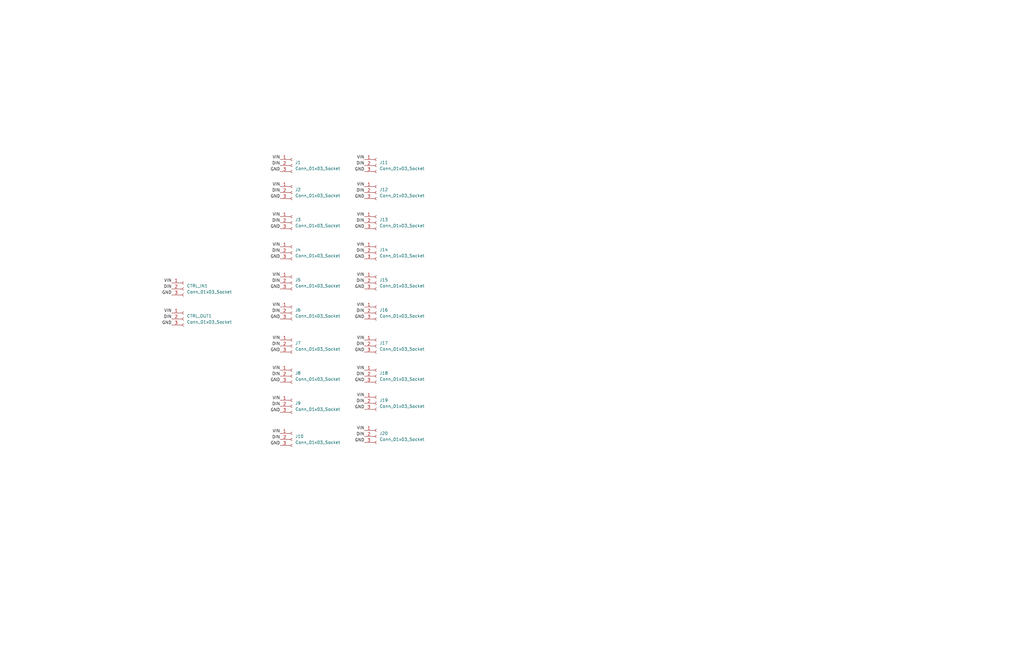
<source format=kicad_sch>
(kicad_sch
	(version 20250114)
	(generator "eeschema")
	(generator_version "9.0")
	(uuid "cd0fa6e3-bfa5-411f-87c0-f47df6c96b67")
	(paper "B")
	(title_block
		(title "ASV LED Board")
		(date "2025-03-26")
	)
	(lib_symbols
		(symbol "Connector:Conn_01x03_Socket"
			(pin_names
				(offset 1.016)
				(hide yes)
			)
			(exclude_from_sim no)
			(in_bom yes)
			(on_board yes)
			(property "Reference" "J"
				(at 0 5.08 0)
				(effects
					(font
						(size 1.27 1.27)
					)
				)
			)
			(property "Value" "Conn_01x03_Socket"
				(at 0 -5.08 0)
				(effects
					(font
						(size 1.27 1.27)
					)
				)
			)
			(property "Footprint" ""
				(at 0 0 0)
				(effects
					(font
						(size 1.27 1.27)
					)
					(hide yes)
				)
			)
			(property "Datasheet" "~"
				(at 0 0 0)
				(effects
					(font
						(size 1.27 1.27)
					)
					(hide yes)
				)
			)
			(property "Description" "Generic connector, single row, 01x03, script generated"
				(at 0 0 0)
				(effects
					(font
						(size 1.27 1.27)
					)
					(hide yes)
				)
			)
			(property "ki_locked" ""
				(at 0 0 0)
				(effects
					(font
						(size 1.27 1.27)
					)
				)
			)
			(property "ki_keywords" "connector"
				(at 0 0 0)
				(effects
					(font
						(size 1.27 1.27)
					)
					(hide yes)
				)
			)
			(property "ki_fp_filters" "Connector*:*_1x??_*"
				(at 0 0 0)
				(effects
					(font
						(size 1.27 1.27)
					)
					(hide yes)
				)
			)
			(symbol "Conn_01x03_Socket_1_1"
				(polyline
					(pts
						(xy -1.27 2.54) (xy -0.508 2.54)
					)
					(stroke
						(width 0.1524)
						(type default)
					)
					(fill
						(type none)
					)
				)
				(polyline
					(pts
						(xy -1.27 0) (xy -0.508 0)
					)
					(stroke
						(width 0.1524)
						(type default)
					)
					(fill
						(type none)
					)
				)
				(polyline
					(pts
						(xy -1.27 -2.54) (xy -0.508 -2.54)
					)
					(stroke
						(width 0.1524)
						(type default)
					)
					(fill
						(type none)
					)
				)
				(arc
					(start 0 2.032)
					(mid -0.5058 2.54)
					(end 0 3.048)
					(stroke
						(width 0.1524)
						(type default)
					)
					(fill
						(type none)
					)
				)
				(arc
					(start 0 -0.508)
					(mid -0.5058 0)
					(end 0 0.508)
					(stroke
						(width 0.1524)
						(type default)
					)
					(fill
						(type none)
					)
				)
				(arc
					(start 0 -3.048)
					(mid -0.5058 -2.54)
					(end 0 -2.032)
					(stroke
						(width 0.1524)
						(type default)
					)
					(fill
						(type none)
					)
				)
				(pin passive line
					(at -5.08 2.54 0)
					(length 3.81)
					(name "Pin_1"
						(effects
							(font
								(size 1.27 1.27)
							)
						)
					)
					(number "1"
						(effects
							(font
								(size 1.27 1.27)
							)
						)
					)
				)
				(pin passive line
					(at -5.08 0 0)
					(length 3.81)
					(name "Pin_2"
						(effects
							(font
								(size 1.27 1.27)
							)
						)
					)
					(number "2"
						(effects
							(font
								(size 1.27 1.27)
							)
						)
					)
				)
				(pin passive line
					(at -5.08 -2.54 0)
					(length 3.81)
					(name "Pin_3"
						(effects
							(font
								(size 1.27 1.27)
							)
						)
					)
					(number "3"
						(effects
							(font
								(size 1.27 1.27)
							)
						)
					)
				)
			)
			(embedded_fonts no)
		)
	)
	(label "GND"
		(at 118.11 148.59 180)
		(effects
			(font
				(size 1.27 1.27)
			)
			(justify right bottom)
		)
		(uuid "066f5db8-026a-4171-aa83-d6c41c18a69a")
	)
	(label "DIN"
		(at 118.11 146.05 180)
		(effects
			(font
				(size 1.27 1.27)
			)
			(justify right bottom)
		)
		(uuid "08c2253b-9545-4192-99f7-91e94d3987e4")
	)
	(label "DIN"
		(at 153.67 184.15 180)
		(effects
			(font
				(size 1.27 1.27)
			)
			(justify right bottom)
		)
		(uuid "0cd6b4c4-5535-4a6d-a2a6-0f5bec5feed3")
	)
	(label "DIN"
		(at 153.67 93.98 180)
		(effects
			(font
				(size 1.27 1.27)
			)
			(justify right bottom)
		)
		(uuid "10efeb89-1c61-4ecb-b260-5f274f712e3a")
	)
	(label "DIN"
		(at 118.11 93.98 180)
		(effects
			(font
				(size 1.27 1.27)
			)
			(justify right bottom)
		)
		(uuid "11ca6cc5-9731-4e10-aca6-22b18352802c")
	)
	(label "VIN"
		(at 153.67 181.61 180)
		(effects
			(font
				(size 1.27 1.27)
			)
			(justify right bottom)
		)
		(uuid "1249ee72-050f-4ddc-b56e-6ec2b5683f92")
	)
	(label "VIN"
		(at 153.67 167.64 180)
		(effects
			(font
				(size 1.27 1.27)
			)
			(justify right bottom)
		)
		(uuid "158baea4-3644-47f8-9168-9d78ccfef9b6")
	)
	(label "VIN"
		(at 153.67 143.51 180)
		(effects
			(font
				(size 1.27 1.27)
			)
			(justify right bottom)
		)
		(uuid "1c15b2a2-466a-41ff-90ed-45921e3bfb64")
	)
	(label "VIN"
		(at 118.11 182.88 180)
		(effects
			(font
				(size 1.27 1.27)
			)
			(justify right bottom)
		)
		(uuid "1e418e44-4271-41eb-847c-d19177f4b710")
	)
	(label "DIN"
		(at 153.67 81.28 180)
		(effects
			(font
				(size 1.27 1.27)
			)
			(justify right bottom)
		)
		(uuid "1e8bfcec-9a22-4adb-a44b-582ede49306f")
	)
	(label "GND"
		(at 118.11 173.99 180)
		(effects
			(font
				(size 1.27 1.27)
			)
			(justify right bottom)
		)
		(uuid "267142d4-5b92-449a-bf4a-9ad2f96b6a8f")
	)
	(label "GND"
		(at 118.11 187.96 180)
		(effects
			(font
				(size 1.27 1.27)
			)
			(justify right bottom)
		)
		(uuid "29e5177e-b88e-430e-a168-fad8dd487a91")
	)
	(label "DIN"
		(at 118.11 119.38 180)
		(effects
			(font
				(size 1.27 1.27)
			)
			(justify right bottom)
		)
		(uuid "2b77577d-aa1c-47a7-a72e-4b7059c02bd8")
	)
	(label "VIN"
		(at 153.67 78.74 180)
		(effects
			(font
				(size 1.27 1.27)
			)
			(justify right bottom)
		)
		(uuid "30c37480-f57a-49cb-80aa-6d56a8fdfe4c")
	)
	(label "GND"
		(at 153.67 161.29 180)
		(effects
			(font
				(size 1.27 1.27)
			)
			(justify right bottom)
		)
		(uuid "34ccfa9e-126f-47b3-b938-e5c9ee998957")
	)
	(label "GND"
		(at 118.11 72.39 180)
		(effects
			(font
				(size 1.27 1.27)
			)
			(justify right bottom)
		)
		(uuid "35564c10-ddbd-4e18-ad17-edc4eef4f481")
	)
	(label "GND"
		(at 153.67 172.72 180)
		(effects
			(font
				(size 1.27 1.27)
			)
			(justify right bottom)
		)
		(uuid "3717b3a5-6a54-4d35-a3e0-177d64012d76")
	)
	(label "VIN"
		(at 118.11 143.51 180)
		(effects
			(font
				(size 1.27 1.27)
			)
			(justify right bottom)
		)
		(uuid "3d931c71-9e6a-445e-baad-4cea32a59cfc")
	)
	(label "GND"
		(at 153.67 109.22 180)
		(effects
			(font
				(size 1.27 1.27)
			)
			(justify right bottom)
		)
		(uuid "3d9aaa0c-5843-4745-9490-89a0d71057ff")
	)
	(label "DIN"
		(at 118.11 69.85 180)
		(effects
			(font
				(size 1.27 1.27)
			)
			(justify right bottom)
		)
		(uuid "41b45fe2-0f52-4796-babb-6ae8f708bd63")
	)
	(label "VIN"
		(at 118.11 91.44 180)
		(effects
			(font
				(size 1.27 1.27)
			)
			(justify right bottom)
		)
		(uuid "4f5dedbc-242b-4d25-99d4-29f1a7d35fff")
	)
	(label "DIN"
		(at 153.67 158.75 180)
		(effects
			(font
				(size 1.27 1.27)
			)
			(justify right bottom)
		)
		(uuid "4ffcbc49-0e0b-4184-b561-4c2e6cc6f957")
	)
	(label "DIN"
		(at 118.11 81.28 180)
		(effects
			(font
				(size 1.27 1.27)
			)
			(justify right bottom)
		)
		(uuid "56a765c6-d12c-4e73-84fd-02a288d427b2")
	)
	(label "GND"
		(at 153.67 83.82 180)
		(effects
			(font
				(size 1.27 1.27)
			)
			(justify right bottom)
		)
		(uuid "58a6a648-68ce-40ac-aa1b-a29c4dea8c53")
	)
	(label "GND"
		(at 153.67 186.69 180)
		(effects
			(font
				(size 1.27 1.27)
			)
			(justify right bottom)
		)
		(uuid "5a39342d-8af8-4ddd-83ac-feb917569ea8")
	)
	(label "DIN"
		(at 118.11 171.45 180)
		(effects
			(font
				(size 1.27 1.27)
			)
			(justify right bottom)
		)
		(uuid "5f0c1b2f-01e7-4f45-a5fd-09f99698ae63")
	)
	(label "VIN"
		(at 153.67 156.21 180)
		(effects
			(font
				(size 1.27 1.27)
			)
			(justify right bottom)
		)
		(uuid "6754cc34-d099-4c71-966b-21bca3d4f615")
	)
	(label "VIN"
		(at 153.67 116.84 180)
		(effects
			(font
				(size 1.27 1.27)
			)
			(justify right bottom)
		)
		(uuid "68c1c5b8-d834-441a-86e2-2536b7f78377")
	)
	(label "GND"
		(at 118.11 134.62 180)
		(effects
			(font
				(size 1.27 1.27)
			)
			(justify right bottom)
		)
		(uuid "7119bbde-23bc-4fde-8c0b-bb5f073945bf")
	)
	(label "GND"
		(at 118.11 83.82 180)
		(effects
			(font
				(size 1.27 1.27)
			)
			(justify right bottom)
		)
		(uuid "76c07503-f366-4283-bcdd-1c49b41e6c75")
	)
	(label "VIN"
		(at 118.11 104.14 180)
		(effects
			(font
				(size 1.27 1.27)
			)
			(justify right bottom)
		)
		(uuid "77578724-732b-43ea-b747-048a2a6507e6")
	)
	(label "DIN"
		(at 72.39 121.92 180)
		(effects
			(font
				(size 1.27 1.27)
			)
			(justify right bottom)
		)
		(uuid "77ef50af-8975-4b28-b786-ee80c05b139e")
	)
	(label "GND"
		(at 118.11 121.92 180)
		(effects
			(font
				(size 1.27 1.27)
			)
			(justify right bottom)
		)
		(uuid "7c184778-a2bb-46b7-b2c3-593969a01a9a")
	)
	(label "VIN"
		(at 153.67 67.31 180)
		(effects
			(font
				(size 1.27 1.27)
			)
			(justify right bottom)
		)
		(uuid "7d722f9d-b52f-4eac-a40f-a665aaadcd49")
	)
	(label "DIN"
		(at 72.39 134.62 180)
		(effects
			(font
				(size 1.27 1.27)
			)
			(justify right bottom)
		)
		(uuid "81d4b882-3a59-40cd-b290-1fc17503ce75")
	)
	(label "VIN"
		(at 118.11 116.84 180)
		(effects
			(font
				(size 1.27 1.27)
			)
			(justify right bottom)
		)
		(uuid "8684be63-18d5-42ca-9f04-c4f84b92aaf4")
	)
	(label "DIN"
		(at 118.11 106.68 180)
		(effects
			(font
				(size 1.27 1.27)
			)
			(justify right bottom)
		)
		(uuid "8d60fe0b-003c-4a9e-bf0c-01b53d27c3a7")
	)
	(label "GND"
		(at 153.67 134.62 180)
		(effects
			(font
				(size 1.27 1.27)
			)
			(justify right bottom)
		)
		(uuid "8e1c67c1-08fe-4edf-a845-961f78b40625")
	)
	(label "GND"
		(at 72.39 137.16 180)
		(effects
			(font
				(size 1.27 1.27)
			)
			(justify right bottom)
		)
		(uuid "92e89a28-d0b4-4378-ac70-b1117353d81d")
	)
	(label "GND"
		(at 118.11 96.52 180)
		(effects
			(font
				(size 1.27 1.27)
			)
			(justify right bottom)
		)
		(uuid "93a65108-521f-47a8-8d69-7db8ea6769f7")
	)
	(label "DIN"
		(at 118.11 158.75 180)
		(effects
			(font
				(size 1.27 1.27)
			)
			(justify right bottom)
		)
		(uuid "9677a136-506a-4179-b041-0c829e316dd2")
	)
	(label "DIN"
		(at 153.67 132.08 180)
		(effects
			(font
				(size 1.27 1.27)
			)
			(justify right bottom)
		)
		(uuid "a1a63924-97de-4eea-b806-3c1c4b783e9d")
	)
	(label "VIN"
		(at 118.11 78.74 180)
		(effects
			(font
				(size 1.27 1.27)
			)
			(justify right bottom)
		)
		(uuid "a51dca18-fcad-4784-a0dd-724ebdc67d8c")
	)
	(label "VIN"
		(at 153.67 104.14 180)
		(effects
			(font
				(size 1.27 1.27)
			)
			(justify right bottom)
		)
		(uuid "a7534b17-d2cf-40d8-9299-e9d8d02dfb02")
	)
	(label "GND"
		(at 153.67 148.59 180)
		(effects
			(font
				(size 1.27 1.27)
			)
			(justify right bottom)
		)
		(uuid "ae2772a2-0e16-4517-a319-c5e22c130730")
	)
	(label "DIN"
		(at 153.67 69.85 180)
		(effects
			(font
				(size 1.27 1.27)
			)
			(justify right bottom)
		)
		(uuid "ae320661-f383-4140-929c-0dd939cc3cbf")
	)
	(label "GND"
		(at 118.11 109.22 180)
		(effects
			(font
				(size 1.27 1.27)
			)
			(justify right bottom)
		)
		(uuid "bf6e97b2-72fc-4eb8-9127-c123c0f58282")
	)
	(label "VIN"
		(at 118.11 129.54 180)
		(effects
			(font
				(size 1.27 1.27)
			)
			(justify right bottom)
		)
		(uuid "c1aa6754-30db-4bde-8af4-cc7a14888166")
	)
	(label "DIN"
		(at 118.11 132.08 180)
		(effects
			(font
				(size 1.27 1.27)
			)
			(justify right bottom)
		)
		(uuid "c1cf824b-2b09-4360-96fd-31e06fd5b4a7")
	)
	(label "GND"
		(at 153.67 96.52 180)
		(effects
			(font
				(size 1.27 1.27)
			)
			(justify right bottom)
		)
		(uuid "c1e73f7e-e843-4669-934b-65f0f81f10c9")
	)
	(label "DIN"
		(at 153.67 146.05 180)
		(effects
			(font
				(size 1.27 1.27)
			)
			(justify right bottom)
		)
		(uuid "c4bf3d5b-938d-4a2c-9028-63f429bafcef")
	)
	(label "GND"
		(at 118.11 161.29 180)
		(effects
			(font
				(size 1.27 1.27)
			)
			(justify right bottom)
		)
		(uuid "c72411cf-2180-4ab0-9120-d8edc19b5d08")
	)
	(label "VIN"
		(at 118.11 67.31 180)
		(effects
			(font
				(size 1.27 1.27)
			)
			(justify right bottom)
		)
		(uuid "cbe3cf5a-3dad-45cb-96e3-3b631788bee8")
	)
	(label "DIN"
		(at 118.11 185.42 180)
		(effects
			(font
				(size 1.27 1.27)
			)
			(justify right bottom)
		)
		(uuid "cc8226bf-1bb7-425c-9076-1f8f3ecb3015")
	)
	(label "VIN"
		(at 72.39 132.08 180)
		(effects
			(font
				(size 1.27 1.27)
			)
			(justify right bottom)
		)
		(uuid "cd91fff5-bb68-4761-9429-48e3cc5dd470")
	)
	(label "VIN"
		(at 118.11 156.21 180)
		(effects
			(font
				(size 1.27 1.27)
			)
			(justify right bottom)
		)
		(uuid "d027aa0f-4d69-4b48-8c79-7e3df3f3fe2d")
	)
	(label "VIN"
		(at 72.39 119.38 180)
		(effects
			(font
				(size 1.27 1.27)
			)
			(justify right bottom)
		)
		(uuid "d096cea1-85b1-45ed-b0f8-f6e665c95860")
	)
	(label "VIN"
		(at 153.67 129.54 180)
		(effects
			(font
				(size 1.27 1.27)
			)
			(justify right bottom)
		)
		(uuid "d29d0423-c5c0-4881-b606-3e3c3706b7fb")
	)
	(label "GND"
		(at 153.67 72.39 180)
		(effects
			(font
				(size 1.27 1.27)
			)
			(justify right bottom)
		)
		(uuid "d48fa9f2-68e5-4c37-ae37-4c66b7d2bcae")
	)
	(label "GND"
		(at 153.67 121.92 180)
		(effects
			(font
				(size 1.27 1.27)
			)
			(justify right bottom)
		)
		(uuid "df34fa50-64f4-4af8-9c6e-9e8408362d76")
	)
	(label "DIN"
		(at 153.67 119.38 180)
		(effects
			(font
				(size 1.27 1.27)
			)
			(justify right bottom)
		)
		(uuid "ebd6d7c1-c6ca-4707-95e2-bb90de787ba8")
	)
	(label "GND"
		(at 72.39 124.46 180)
		(effects
			(font
				(size 1.27 1.27)
			)
			(justify right bottom)
		)
		(uuid "ee445b9f-97b8-4b59-8a9e-8070d5a99b77")
	)
	(label "VIN"
		(at 153.67 91.44 180)
		(effects
			(font
				(size 1.27 1.27)
			)
			(justify right bottom)
		)
		(uuid "efc4a69d-3298-4ecd-ab32-ade080d6dcac")
	)
	(label "VIN"
		(at 118.11 168.91 180)
		(effects
			(font
				(size 1.27 1.27)
			)
			(justify right bottom)
		)
		(uuid "efd13377-86fd-4d0a-b8ab-33eaa2b74d7f")
	)
	(label "DIN"
		(at 153.67 106.68 180)
		(effects
			(font
				(size 1.27 1.27)
			)
			(justify right bottom)
		)
		(uuid "f6dc01df-d11f-487f-aba7-54b2a046548c")
	)
	(label "DIN"
		(at 153.67 170.18 180)
		(effects
			(font
				(size 1.27 1.27)
			)
			(justify right bottom)
		)
		(uuid "f9b2766e-ede0-4664-86d4-f06b7880e080")
	)
	(symbol
		(lib_id "Connector:Conn_01x03_Socket")
		(at 158.75 170.18 0)
		(unit 1)
		(exclude_from_sim no)
		(in_bom yes)
		(on_board yes)
		(dnp no)
		(fields_autoplaced yes)
		(uuid "3def1ae3-a5c6-4915-9afe-09b96b012020")
		(property "Reference" "J19"
			(at 160.02 168.9099 0)
			(effects
				(font
					(size 1.27 1.27)
				)
				(justify left)
			)
		)
		(property "Value" "Conn_01x03_Socket"
			(at 160.02 171.4499 0)
			(effects
				(font
					(size 1.27 1.27)
				)
				(justify left)
			)
		)
		(property "Footprint" "CustomConnectorPinSocket2.54mm1x03_Vertical:PinSocket_1x03_P2.54mm_Vertical_HandSolder"
			(at 158.75 170.18 0)
			(effects
				(font
					(size 1.27 1.27)
				)
				(hide yes)
			)
		)
		(property "Datasheet" "~"
			(at 158.75 170.18 0)
			(effects
				(font
					(size 1.27 1.27)
				)
				(hide yes)
			)
		)
		(property "Description" "Generic connector, single row, 01x03, script generated"
			(at 158.75 170.18 0)
			(effects
				(font
					(size 1.27 1.27)
				)
				(hide yes)
			)
		)
		(pin "1"
			(uuid "82ef9108-473b-4b7e-8d92-afebb7472f19")
		)
		(pin "2"
			(uuid "43c914f5-d7dc-438a-90cb-9d8c7b79d7eb")
		)
		(pin "3"
			(uuid "24692fe3-e7cf-45b4-9231-1bb2eabe813b")
		)
		(instances
			(project "LED Board"
				(path "/cd0fa6e3-bfa5-411f-87c0-f47df6c96b67"
					(reference "J19")
					(unit 1)
				)
			)
		)
	)
	(symbol
		(lib_id "Connector:Conn_01x03_Socket")
		(at 123.19 185.42 0)
		(unit 1)
		(exclude_from_sim no)
		(in_bom yes)
		(on_board yes)
		(dnp no)
		(fields_autoplaced yes)
		(uuid "4271e265-9564-4173-9089-d166754e0b78")
		(property "Reference" "J10"
			(at 124.46 184.1499 0)
			(effects
				(font
					(size 1.27 1.27)
				)
				(justify left)
			)
		)
		(property "Value" "Conn_01x03_Socket"
			(at 124.46 186.6899 0)
			(effects
				(font
					(size 1.27 1.27)
				)
				(justify left)
			)
		)
		(property "Footprint" "CustomConnectorPinSocket2.54mm1x03_Vertical:PinSocket_1x03_P2.54mm_Vertical_HandSolder"
			(at 123.19 185.42 0)
			(effects
				(font
					(size 1.27 1.27)
				)
				(hide yes)
			)
		)
		(property "Datasheet" "~"
			(at 123.19 185.42 0)
			(effects
				(font
					(size 1.27 1.27)
				)
				(hide yes)
			)
		)
		(property "Description" "Generic connector, single row, 01x03, script generated"
			(at 123.19 185.42 0)
			(effects
				(font
					(size 1.27 1.27)
				)
				(hide yes)
			)
		)
		(pin "1"
			(uuid "f30cbbdd-8027-4285-924f-ae60aa57625d")
		)
		(pin "2"
			(uuid "aac225a5-1167-4bcb-b0ad-b6dd73aa2d5a")
		)
		(pin "3"
			(uuid "aae5857e-14f8-41a4-996a-7ff5c4ed3d17")
		)
		(instances
			(project ""
				(path "/cd0fa6e3-bfa5-411f-87c0-f47df6c96b67"
					(reference "J10")
					(unit 1)
				)
			)
		)
	)
	(symbol
		(lib_id "Connector:Conn_01x03_Socket")
		(at 77.47 134.62 0)
		(unit 1)
		(exclude_from_sim no)
		(in_bom yes)
		(on_board yes)
		(dnp no)
		(fields_autoplaced yes)
		(uuid "42e793ec-52b6-46b2-bdf5-86948eb40e72")
		(property "Reference" "CTRL_OUT1"
			(at 78.74 133.3499 0)
			(effects
				(font
					(size 1.27 1.27)
				)
				(justify left)
			)
		)
		(property "Value" "Conn_01x03_Socket"
			(at 78.74 135.8899 0)
			(effects
				(font
					(size 1.27 1.27)
				)
				(justify left)
			)
		)
		(property "Footprint" "CustomConnectorPinSocket2.54mm1x03_Vertical:PinSocket_1x03_P2.54mm_Vertical_HandSolder"
			(at 77.47 134.62 0)
			(effects
				(font
					(size 1.27 1.27)
				)
				(hide yes)
			)
		)
		(property "Datasheet" "~"
			(at 77.47 134.62 0)
			(effects
				(font
					(size 1.27 1.27)
				)
				(hide yes)
			)
		)
		(property "Description" "Generic connector, single row, 01x03, script generated"
			(at 77.47 134.62 0)
			(effects
				(font
					(size 1.27 1.27)
				)
				(hide yes)
			)
		)
		(pin "1"
			(uuid "6bad6250-d101-4680-a219-feef76fa9556")
		)
		(pin "3"
			(uuid "80589e1f-453c-4ad8-ab64-fe0007e0205f")
		)
		(pin "2"
			(uuid "ccedfa3a-ef54-43e7-a29a-363ef9423ef7")
		)
		(instances
			(project ""
				(path "/cd0fa6e3-bfa5-411f-87c0-f47df6c96b67"
					(reference "CTRL_OUT1")
					(unit 1)
				)
			)
		)
	)
	(symbol
		(lib_id "Connector:Conn_01x03_Socket")
		(at 123.19 146.05 0)
		(unit 1)
		(exclude_from_sim no)
		(in_bom yes)
		(on_board yes)
		(dnp no)
		(fields_autoplaced yes)
		(uuid "4e47a4f1-4f08-4e8b-8a87-0e9248c5cbf9")
		(property "Reference" "J7"
			(at 124.46 144.7799 0)
			(effects
				(font
					(size 1.27 1.27)
				)
				(justify left)
			)
		)
		(property "Value" "Conn_01x03_Socket"
			(at 124.46 147.3199 0)
			(effects
				(font
					(size 1.27 1.27)
				)
				(justify left)
			)
		)
		(property "Footprint" "CustomConnectorPinSocket2.54mm1x03_Vertical:PinSocket_1x03_P2.54mm_Vertical_HandSolder"
			(at 123.19 146.05 0)
			(effects
				(font
					(size 1.27 1.27)
				)
				(hide yes)
			)
		)
		(property "Datasheet" "~"
			(at 123.19 146.05 0)
			(effects
				(font
					(size 1.27 1.27)
				)
				(hide yes)
			)
		)
		(property "Description" "Generic connector, single row, 01x03, script generated"
			(at 123.19 146.05 0)
			(effects
				(font
					(size 1.27 1.27)
				)
				(hide yes)
			)
		)
		(pin "1"
			(uuid "f30cbbdd-8027-4285-924f-ae60aa57625e")
		)
		(pin "2"
			(uuid "aac225a5-1167-4bcb-b0ad-b6dd73aa2d5b")
		)
		(pin "3"
			(uuid "aae5857e-14f8-41a4-996a-7ff5c4ed3d18")
		)
		(instances
			(project ""
				(path "/cd0fa6e3-bfa5-411f-87c0-f47df6c96b67"
					(reference "J7")
					(unit 1)
				)
			)
		)
	)
	(symbol
		(lib_id "Connector:Conn_01x03_Socket")
		(at 123.19 171.45 0)
		(unit 1)
		(exclude_from_sim no)
		(in_bom yes)
		(on_board yes)
		(dnp no)
		(fields_autoplaced yes)
		(uuid "5c458f94-cdd9-4fdb-80b3-03b5c509f115")
		(property "Reference" "J9"
			(at 124.46 170.1799 0)
			(effects
				(font
					(size 1.27 1.27)
				)
				(justify left)
			)
		)
		(property "Value" "Conn_01x03_Socket"
			(at 124.46 172.7199 0)
			(effects
				(font
					(size 1.27 1.27)
				)
				(justify left)
			)
		)
		(property "Footprint" "CustomConnectorPinSocket2.54mm1x03_Vertical:PinSocket_1x03_P2.54mm_Vertical_HandSolder"
			(at 123.19 171.45 0)
			(effects
				(font
					(size 1.27 1.27)
				)
				(hide yes)
			)
		)
		(property "Datasheet" "~"
			(at 123.19 171.45 0)
			(effects
				(font
					(size 1.27 1.27)
				)
				(hide yes)
			)
		)
		(property "Description" "Generic connector, single row, 01x03, script generated"
			(at 123.19 171.45 0)
			(effects
				(font
					(size 1.27 1.27)
				)
				(hide yes)
			)
		)
		(pin "1"
			(uuid "f30cbbdd-8027-4285-924f-ae60aa57625f")
		)
		(pin "2"
			(uuid "aac225a5-1167-4bcb-b0ad-b6dd73aa2d5c")
		)
		(pin "3"
			(uuid "aae5857e-14f8-41a4-996a-7ff5c4ed3d19")
		)
		(instances
			(project ""
				(path "/cd0fa6e3-bfa5-411f-87c0-f47df6c96b67"
					(reference "J9")
					(unit 1)
				)
			)
		)
	)
	(symbol
		(lib_id "Connector:Conn_01x03_Socket")
		(at 158.75 69.85 0)
		(unit 1)
		(exclude_from_sim no)
		(in_bom yes)
		(on_board yes)
		(dnp no)
		(fields_autoplaced yes)
		(uuid "72981d1c-e705-48b8-9d33-cb2cbcaea450")
		(property "Reference" "J11"
			(at 160.02 68.5799 0)
			(effects
				(font
					(size 1.27 1.27)
				)
				(justify left)
			)
		)
		(property "Value" "Conn_01x03_Socket"
			(at 160.02 71.1199 0)
			(effects
				(font
					(size 1.27 1.27)
				)
				(justify left)
			)
		)
		(property "Footprint" "CustomConnectorPinSocket2.54mm1x03_Vertical:PinSocket_1x03_P2.54mm_Vertical_HandSolder"
			(at 158.75 69.85 0)
			(effects
				(font
					(size 1.27 1.27)
				)
				(hide yes)
			)
		)
		(property "Datasheet" "~"
			(at 158.75 69.85 0)
			(effects
				(font
					(size 1.27 1.27)
				)
				(hide yes)
			)
		)
		(property "Description" "Generic connector, single row, 01x03, script generated"
			(at 158.75 69.85 0)
			(effects
				(font
					(size 1.27 1.27)
				)
				(hide yes)
			)
		)
		(pin "1"
			(uuid "9fa0ea38-73a7-4959-9fc6-c61fea8dfde6")
		)
		(pin "2"
			(uuid "5539431a-f12c-4dbc-8d66-917da19265a1")
		)
		(pin "3"
			(uuid "83c39911-de63-427b-9df0-15f5ed5c5434")
		)
		(instances
			(project "LED Board"
				(path "/cd0fa6e3-bfa5-411f-87c0-f47df6c96b67"
					(reference "J11")
					(unit 1)
				)
			)
		)
	)
	(symbol
		(lib_id "Connector:Conn_01x03_Socket")
		(at 158.75 184.15 0)
		(unit 1)
		(exclude_from_sim no)
		(in_bom yes)
		(on_board yes)
		(dnp no)
		(fields_autoplaced yes)
		(uuid "7aab608c-a76c-4349-86a4-11981a969b5a")
		(property "Reference" "J20"
			(at 160.02 182.8799 0)
			(effects
				(font
					(size 1.27 1.27)
				)
				(justify left)
			)
		)
		(property "Value" "Conn_01x03_Socket"
			(at 160.02 185.4199 0)
			(effects
				(font
					(size 1.27 1.27)
				)
				(justify left)
			)
		)
		(property "Footprint" "CustomConnectorPinSocket2.54mm1x03_Vertical:PinSocket_1x03_P2.54mm_Vertical_HandSolder"
			(at 158.75 184.15 0)
			(effects
				(font
					(size 1.27 1.27)
				)
				(hide yes)
			)
		)
		(property "Datasheet" "~"
			(at 158.75 184.15 0)
			(effects
				(font
					(size 1.27 1.27)
				)
				(hide yes)
			)
		)
		(property "Description" "Generic connector, single row, 01x03, script generated"
			(at 158.75 184.15 0)
			(effects
				(font
					(size 1.27 1.27)
				)
				(hide yes)
			)
		)
		(pin "1"
			(uuid "464495b1-3162-4e28-be39-e4c867823b45")
		)
		(pin "2"
			(uuid "181eb869-3573-45a8-b444-5a1ff88c417f")
		)
		(pin "3"
			(uuid "c245187b-dbb0-4eba-9f99-de8eed6f980e")
		)
		(instances
			(project "LED Board"
				(path "/cd0fa6e3-bfa5-411f-87c0-f47df6c96b67"
					(reference "J20")
					(unit 1)
				)
			)
		)
	)
	(symbol
		(lib_id "Connector:Conn_01x03_Socket")
		(at 158.75 158.75 0)
		(unit 1)
		(exclude_from_sim no)
		(in_bom yes)
		(on_board yes)
		(dnp no)
		(fields_autoplaced yes)
		(uuid "7f754842-acb4-4add-a459-5b22a6cc7d89")
		(property "Reference" "J18"
			(at 160.02 157.4799 0)
			(effects
				(font
					(size 1.27 1.27)
				)
				(justify left)
			)
		)
		(property "Value" "Conn_01x03_Socket"
			(at 160.02 160.0199 0)
			(effects
				(font
					(size 1.27 1.27)
				)
				(justify left)
			)
		)
		(property "Footprint" "CustomConnectorPinSocket2.54mm1x03_Vertical:PinSocket_1x03_P2.54mm_Vertical_HandSolder"
			(at 158.75 158.75 0)
			(effects
				(font
					(size 1.27 1.27)
				)
				(hide yes)
			)
		)
		(property "Datasheet" "~"
			(at 158.75 158.75 0)
			(effects
				(font
					(size 1.27 1.27)
				)
				(hide yes)
			)
		)
		(property "Description" "Generic connector, single row, 01x03, script generated"
			(at 158.75 158.75 0)
			(effects
				(font
					(size 1.27 1.27)
				)
				(hide yes)
			)
		)
		(pin "1"
			(uuid "5039df5a-5708-4f60-81ba-9ebb11f992b6")
		)
		(pin "2"
			(uuid "0af47a50-5c76-4759-95bf-ae97079f7527")
		)
		(pin "3"
			(uuid "c2cfaf7e-f82e-4ce7-be95-ee97b51e7056")
		)
		(instances
			(project "LED Board"
				(path "/cd0fa6e3-bfa5-411f-87c0-f47df6c96b67"
					(reference "J18")
					(unit 1)
				)
			)
		)
	)
	(symbol
		(lib_id "Connector:Conn_01x03_Socket")
		(at 158.75 132.08 0)
		(unit 1)
		(exclude_from_sim no)
		(in_bom yes)
		(on_board yes)
		(dnp no)
		(fields_autoplaced yes)
		(uuid "80d631ce-e497-42f4-a1de-c69768a08215")
		(property "Reference" "J16"
			(at 160.02 130.8099 0)
			(effects
				(font
					(size 1.27 1.27)
				)
				(justify left)
			)
		)
		(property "Value" "Conn_01x03_Socket"
			(at 160.02 133.3499 0)
			(effects
				(font
					(size 1.27 1.27)
				)
				(justify left)
			)
		)
		(property "Footprint" "CustomConnectorPinSocket2.54mm1x03_Vertical:PinSocket_1x03_P2.54mm_Vertical_HandSolder"
			(at 158.75 132.08 0)
			(effects
				(font
					(size 1.27 1.27)
				)
				(hide yes)
			)
		)
		(property "Datasheet" "~"
			(at 158.75 132.08 0)
			(effects
				(font
					(size 1.27 1.27)
				)
				(hide yes)
			)
		)
		(property "Description" "Generic connector, single row, 01x03, script generated"
			(at 158.75 132.08 0)
			(effects
				(font
					(size 1.27 1.27)
				)
				(hide yes)
			)
		)
		(pin "1"
			(uuid "bf73d66d-a80a-4f1a-920e-b3ad2f488197")
		)
		(pin "2"
			(uuid "dfc51ab1-2a99-4e68-9fa7-391c0da68537")
		)
		(pin "3"
			(uuid "0ad00acf-5917-4961-8bf4-932f19d17655")
		)
		(instances
			(project "LED Board"
				(path "/cd0fa6e3-bfa5-411f-87c0-f47df6c96b67"
					(reference "J16")
					(unit 1)
				)
			)
		)
	)
	(symbol
		(lib_id "Connector:Conn_01x03_Socket")
		(at 123.19 119.38 0)
		(unit 1)
		(exclude_from_sim no)
		(in_bom yes)
		(on_board yes)
		(dnp no)
		(fields_autoplaced yes)
		(uuid "842c9327-af25-4901-8b01-a96fcac2b9d1")
		(property "Reference" "J5"
			(at 124.46 118.1099 0)
			(effects
				(font
					(size 1.27 1.27)
				)
				(justify left)
			)
		)
		(property "Value" "Conn_01x03_Socket"
			(at 124.46 120.6499 0)
			(effects
				(font
					(size 1.27 1.27)
				)
				(justify left)
			)
		)
		(property "Footprint" "CustomConnectorPinSocket2.54mm1x03_Vertical:PinSocket_1x03_P2.54mm_Vertical_HandSolder"
			(at 123.19 119.38 0)
			(effects
				(font
					(size 1.27 1.27)
				)
				(hide yes)
			)
		)
		(property "Datasheet" "~"
			(at 123.19 119.38 0)
			(effects
				(font
					(size 1.27 1.27)
				)
				(hide yes)
			)
		)
		(property "Description" "Generic connector, single row, 01x03, script generated"
			(at 123.19 119.38 0)
			(effects
				(font
					(size 1.27 1.27)
				)
				(hide yes)
			)
		)
		(pin "1"
			(uuid "f30cbbdd-8027-4285-924f-ae60aa576260")
		)
		(pin "2"
			(uuid "aac225a5-1167-4bcb-b0ad-b6dd73aa2d5d")
		)
		(pin "3"
			(uuid "aae5857e-14f8-41a4-996a-7ff5c4ed3d1a")
		)
		(instances
			(project ""
				(path "/cd0fa6e3-bfa5-411f-87c0-f47df6c96b67"
					(reference "J5")
					(unit 1)
				)
			)
		)
	)
	(symbol
		(lib_id "Connector:Conn_01x03_Socket")
		(at 158.75 146.05 0)
		(unit 1)
		(exclude_from_sim no)
		(in_bom yes)
		(on_board yes)
		(dnp no)
		(fields_autoplaced yes)
		(uuid "874ab24d-29ae-4d96-aa95-b488fffda900")
		(property "Reference" "J17"
			(at 160.02 144.7799 0)
			(effects
				(font
					(size 1.27 1.27)
				)
				(justify left)
			)
		)
		(property "Value" "Conn_01x03_Socket"
			(at 160.02 147.3199 0)
			(effects
				(font
					(size 1.27 1.27)
				)
				(justify left)
			)
		)
		(property "Footprint" "CustomConnectorPinSocket2.54mm1x03_Vertical:PinSocket_1x03_P2.54mm_Vertical_HandSolder"
			(at 158.75 146.05 0)
			(effects
				(font
					(size 1.27 1.27)
				)
				(hide yes)
			)
		)
		(property "Datasheet" "~"
			(at 158.75 146.05 0)
			(effects
				(font
					(size 1.27 1.27)
				)
				(hide yes)
			)
		)
		(property "Description" "Generic connector, single row, 01x03, script generated"
			(at 158.75 146.05 0)
			(effects
				(font
					(size 1.27 1.27)
				)
				(hide yes)
			)
		)
		(pin "1"
			(uuid "e73f97dc-16eb-4de2-8b5c-c45143713ffe")
		)
		(pin "2"
			(uuid "ef18fa14-e177-4f85-ab08-a0f4b201531d")
		)
		(pin "3"
			(uuid "eab929fd-4559-4e33-b4a5-8d6273a37b1e")
		)
		(instances
			(project "LED Board"
				(path "/cd0fa6e3-bfa5-411f-87c0-f47df6c96b67"
					(reference "J17")
					(unit 1)
				)
			)
		)
	)
	(symbol
		(lib_id "Connector:Conn_01x03_Socket")
		(at 158.75 119.38 0)
		(unit 1)
		(exclude_from_sim no)
		(in_bom yes)
		(on_board yes)
		(dnp no)
		(fields_autoplaced yes)
		(uuid "a71f7b8d-c249-4d03-be24-a57e885ecfd4")
		(property "Reference" "J15"
			(at 160.02 118.1099 0)
			(effects
				(font
					(size 1.27 1.27)
				)
				(justify left)
			)
		)
		(property "Value" "Conn_01x03_Socket"
			(at 160.02 120.6499 0)
			(effects
				(font
					(size 1.27 1.27)
				)
				(justify left)
			)
		)
		(property "Footprint" "CustomConnectorPinSocket2.54mm1x03_Vertical:PinSocket_1x03_P2.54mm_Vertical_HandSolder"
			(at 158.75 119.38 0)
			(effects
				(font
					(size 1.27 1.27)
				)
				(hide yes)
			)
		)
		(property "Datasheet" "~"
			(at 158.75 119.38 0)
			(effects
				(font
					(size 1.27 1.27)
				)
				(hide yes)
			)
		)
		(property "Description" "Generic connector, single row, 01x03, script generated"
			(at 158.75 119.38 0)
			(effects
				(font
					(size 1.27 1.27)
				)
				(hide yes)
			)
		)
		(pin "1"
			(uuid "1a9c51d5-41fa-4b22-b813-b58bb22df2c5")
		)
		(pin "2"
			(uuid "b6660694-d801-416e-a957-6abb00fb51fe")
		)
		(pin "3"
			(uuid "7a9f8697-08b6-46cf-b146-bd7bb2661690")
		)
		(instances
			(project "LED Board"
				(path "/cd0fa6e3-bfa5-411f-87c0-f47df6c96b67"
					(reference "J15")
					(unit 1)
				)
			)
		)
	)
	(symbol
		(lib_id "Connector:Conn_01x03_Socket")
		(at 123.19 158.75 0)
		(unit 1)
		(exclude_from_sim no)
		(in_bom yes)
		(on_board yes)
		(dnp no)
		(fields_autoplaced yes)
		(uuid "a7b8e018-6cd1-4b13-9151-4bb584b5faf9")
		(property "Reference" "J8"
			(at 124.46 157.4799 0)
			(effects
				(font
					(size 1.27 1.27)
				)
				(justify left)
			)
		)
		(property "Value" "Conn_01x03_Socket"
			(at 124.46 160.0199 0)
			(effects
				(font
					(size 1.27 1.27)
				)
				(justify left)
			)
		)
		(property "Footprint" "CustomConnectorPinSocket2.54mm1x03_Vertical:PinSocket_1x03_P2.54mm_Vertical_HandSolder"
			(at 123.19 158.75 0)
			(effects
				(font
					(size 1.27 1.27)
				)
				(hide yes)
			)
		)
		(property "Datasheet" "~"
			(at 123.19 158.75 0)
			(effects
				(font
					(size 1.27 1.27)
				)
				(hide yes)
			)
		)
		(property "Description" "Generic connector, single row, 01x03, script generated"
			(at 123.19 158.75 0)
			(effects
				(font
					(size 1.27 1.27)
				)
				(hide yes)
			)
		)
		(pin "1"
			(uuid "f30cbbdd-8027-4285-924f-ae60aa576261")
		)
		(pin "2"
			(uuid "aac225a5-1167-4bcb-b0ad-b6dd73aa2d5e")
		)
		(pin "3"
			(uuid "aae5857e-14f8-41a4-996a-7ff5c4ed3d1b")
		)
		(instances
			(project ""
				(path "/cd0fa6e3-bfa5-411f-87c0-f47df6c96b67"
					(reference "J8")
					(unit 1)
				)
			)
		)
	)
	(symbol
		(lib_id "Connector:Conn_01x03_Socket")
		(at 123.19 106.68 0)
		(unit 1)
		(exclude_from_sim no)
		(in_bom yes)
		(on_board yes)
		(dnp no)
		(fields_autoplaced yes)
		(uuid "af372920-6b7b-470e-88fb-ec5eb7ba7f4b")
		(property "Reference" "J4"
			(at 124.46 105.4099 0)
			(effects
				(font
					(size 1.27 1.27)
				)
				(justify left)
			)
		)
		(property "Value" "Conn_01x03_Socket"
			(at 124.46 107.9499 0)
			(effects
				(font
					(size 1.27 1.27)
				)
				(justify left)
			)
		)
		(property "Footprint" "CustomConnectorPinSocket2.54mm1x03_Vertical:PinSocket_1x03_P2.54mm_Vertical_HandSolder"
			(at 123.19 106.68 0)
			(effects
				(font
					(size 1.27 1.27)
				)
				(hide yes)
			)
		)
		(property "Datasheet" "~"
			(at 123.19 106.68 0)
			(effects
				(font
					(size 1.27 1.27)
				)
				(hide yes)
			)
		)
		(property "Description" "Generic connector, single row, 01x03, script generated"
			(at 123.19 106.68 0)
			(effects
				(font
					(size 1.27 1.27)
				)
				(hide yes)
			)
		)
		(pin "1"
			(uuid "f30cbbdd-8027-4285-924f-ae60aa576262")
		)
		(pin "2"
			(uuid "aac225a5-1167-4bcb-b0ad-b6dd73aa2d5f")
		)
		(pin "3"
			(uuid "aae5857e-14f8-41a4-996a-7ff5c4ed3d1c")
		)
		(instances
			(project ""
				(path "/cd0fa6e3-bfa5-411f-87c0-f47df6c96b67"
					(reference "J4")
					(unit 1)
				)
			)
		)
	)
	(symbol
		(lib_id "Connector:Conn_01x03_Socket")
		(at 123.19 93.98 0)
		(unit 1)
		(exclude_from_sim no)
		(in_bom yes)
		(on_board yes)
		(dnp no)
		(fields_autoplaced yes)
		(uuid "b24e035d-7d21-4c1c-97fb-83dfe510c8d3")
		(property "Reference" "J3"
			(at 124.46 92.7099 0)
			(effects
				(font
					(size 1.27 1.27)
				)
				(justify left)
			)
		)
		(property "Value" "Conn_01x03_Socket"
			(at 124.46 95.2499 0)
			(effects
				(font
					(size 1.27 1.27)
				)
				(justify left)
			)
		)
		(property "Footprint" "CustomConnectorPinSocket2.54mm1x03_Vertical:PinSocket_1x03_P2.54mm_Vertical_HandSolder"
			(at 123.19 93.98 0)
			(effects
				(font
					(size 1.27 1.27)
				)
				(hide yes)
			)
		)
		(property "Datasheet" "~"
			(at 123.19 93.98 0)
			(effects
				(font
					(size 1.27 1.27)
				)
				(hide yes)
			)
		)
		(property "Description" "Generic connector, single row, 01x03, script generated"
			(at 123.19 93.98 0)
			(effects
				(font
					(size 1.27 1.27)
				)
				(hide yes)
			)
		)
		(pin "1"
			(uuid "f30cbbdd-8027-4285-924f-ae60aa576263")
		)
		(pin "2"
			(uuid "aac225a5-1167-4bcb-b0ad-b6dd73aa2d60")
		)
		(pin "3"
			(uuid "aae5857e-14f8-41a4-996a-7ff5c4ed3d1d")
		)
		(instances
			(project ""
				(path "/cd0fa6e3-bfa5-411f-87c0-f47df6c96b67"
					(reference "J3")
					(unit 1)
				)
			)
		)
	)
	(symbol
		(lib_id "Connector:Conn_01x03_Socket")
		(at 158.75 93.98 0)
		(unit 1)
		(exclude_from_sim no)
		(in_bom yes)
		(on_board yes)
		(dnp no)
		(fields_autoplaced yes)
		(uuid "b9e13f4f-c270-4575-b883-686e08f2b27b")
		(property "Reference" "J13"
			(at 160.02 92.7099 0)
			(effects
				(font
					(size 1.27 1.27)
				)
				(justify left)
			)
		)
		(property "Value" "Conn_01x03_Socket"
			(at 160.02 95.2499 0)
			(effects
				(font
					(size 1.27 1.27)
				)
				(justify left)
			)
		)
		(property "Footprint" "CustomConnectorPinSocket2.54mm1x03_Vertical:PinSocket_1x03_P2.54mm_Vertical_HandSolder"
			(at 158.75 93.98 0)
			(effects
				(font
					(size 1.27 1.27)
				)
				(hide yes)
			)
		)
		(property "Datasheet" "~"
			(at 158.75 93.98 0)
			(effects
				(font
					(size 1.27 1.27)
				)
				(hide yes)
			)
		)
		(property "Description" "Generic connector, single row, 01x03, script generated"
			(at 158.75 93.98 0)
			(effects
				(font
					(size 1.27 1.27)
				)
				(hide yes)
			)
		)
		(pin "1"
			(uuid "d188deac-a8a1-499e-9a7e-b168226fba57")
		)
		(pin "2"
			(uuid "aa021077-e10f-40cf-a7dc-3ad3d88a3c25")
		)
		(pin "3"
			(uuid "889d028b-9b88-4da5-9c73-34680087e98e")
		)
		(instances
			(project "LED Board"
				(path "/cd0fa6e3-bfa5-411f-87c0-f47df6c96b67"
					(reference "J13")
					(unit 1)
				)
			)
		)
	)
	(symbol
		(lib_id "Connector:Conn_01x03_Socket")
		(at 77.47 121.92 0)
		(unit 1)
		(exclude_from_sim no)
		(in_bom yes)
		(on_board yes)
		(dnp no)
		(fields_autoplaced yes)
		(uuid "d0fcb29b-9a11-4604-846a-b563e21edad9")
		(property "Reference" "CTRL_IN1"
			(at 78.74 120.6499 0)
			(effects
				(font
					(size 1.27 1.27)
				)
				(justify left)
			)
		)
		(property "Value" "Conn_01x03_Socket"
			(at 78.74 123.1899 0)
			(effects
				(font
					(size 1.27 1.27)
				)
				(justify left)
			)
		)
		(property "Footprint" "CustomConnectorPinSocket2.54mm1x03_Vertical:PinSocket_1x03_P2.54mm_Vertical_HandSolder"
			(at 77.47 121.92 0)
			(effects
				(font
					(size 1.27 1.27)
				)
				(hide yes)
			)
		)
		(property "Datasheet" "~"
			(at 77.47 121.92 0)
			(effects
				(font
					(size 1.27 1.27)
				)
				(hide yes)
			)
		)
		(property "Description" "Generic connector, single row, 01x03, script generated"
			(at 77.47 121.92 0)
			(effects
				(font
					(size 1.27 1.27)
				)
				(hide yes)
			)
		)
		(pin "1"
			(uuid "9d4b6148-02f1-4448-8188-49df639f48e5")
		)
		(pin "2"
			(uuid "e5edbec8-1932-4268-98de-364d5e114398")
		)
		(pin "3"
			(uuid "a98f6d1f-0f6f-4f91-8fe8-3d7e995f164f")
		)
		(instances
			(project "LED Board"
				(path "/cd0fa6e3-bfa5-411f-87c0-f47df6c96b67"
					(reference "CTRL_IN1")
					(unit 1)
				)
			)
		)
	)
	(symbol
		(lib_id "Connector:Conn_01x03_Socket")
		(at 158.75 81.28 0)
		(unit 1)
		(exclude_from_sim no)
		(in_bom yes)
		(on_board yes)
		(dnp no)
		(fields_autoplaced yes)
		(uuid "e5e7f502-163a-40d0-ad9e-4d955b314c93")
		(property "Reference" "J12"
			(at 160.02 80.0099 0)
			(effects
				(font
					(size 1.27 1.27)
				)
				(justify left)
			)
		)
		(property "Value" "Conn_01x03_Socket"
			(at 160.02 82.5499 0)
			(effects
				(font
					(size 1.27 1.27)
				)
				(justify left)
			)
		)
		(property "Footprint" "CustomConnectorPinSocket2.54mm1x03_Vertical:PinSocket_1x03_P2.54mm_Vertical_HandSolder"
			(at 158.75 81.28 0)
			(effects
				(font
					(size 1.27 1.27)
				)
				(hide yes)
			)
		)
		(property "Datasheet" "~"
			(at 158.75 81.28 0)
			(effects
				(font
					(size 1.27 1.27)
				)
				(hide yes)
			)
		)
		(property "Description" "Generic connector, single row, 01x03, script generated"
			(at 158.75 81.28 0)
			(effects
				(font
					(size 1.27 1.27)
				)
				(hide yes)
			)
		)
		(pin "1"
			(uuid "232ff9cc-28a9-4b34-bb0f-19b7c454f5c6")
		)
		(pin "2"
			(uuid "3b47e0ca-6b27-439f-ae31-568bf4de45ec")
		)
		(pin "3"
			(uuid "374a9e92-c16f-4c58-812a-bfe588d4da98")
		)
		(instances
			(project "LED Board"
				(path "/cd0fa6e3-bfa5-411f-87c0-f47df6c96b67"
					(reference "J12")
					(unit 1)
				)
			)
		)
	)
	(symbol
		(lib_id "Connector:Conn_01x03_Socket")
		(at 123.19 132.08 0)
		(unit 1)
		(exclude_from_sim no)
		(in_bom yes)
		(on_board yes)
		(dnp no)
		(fields_autoplaced yes)
		(uuid "e62540a4-01cf-4599-a139-1e3397d64c5c")
		(property "Reference" "J6"
			(at 124.46 130.8099 0)
			(effects
				(font
					(size 1.27 1.27)
				)
				(justify left)
			)
		)
		(property "Value" "Conn_01x03_Socket"
			(at 124.46 133.3499 0)
			(effects
				(font
					(size 1.27 1.27)
				)
				(justify left)
			)
		)
		(property "Footprint" "CustomConnectorPinSocket2.54mm1x03_Vertical:PinSocket_1x03_P2.54mm_Vertical_HandSolder"
			(at 123.19 132.08 0)
			(effects
				(font
					(size 1.27 1.27)
				)
				(hide yes)
			)
		)
		(property "Datasheet" "~"
			(at 123.19 132.08 0)
			(effects
				(font
					(size 1.27 1.27)
				)
				(hide yes)
			)
		)
		(property "Description" "Generic connector, single row, 01x03, script generated"
			(at 123.19 132.08 0)
			(effects
				(font
					(size 1.27 1.27)
				)
				(hide yes)
			)
		)
		(pin "1"
			(uuid "f30cbbdd-8027-4285-924f-ae60aa576264")
		)
		(pin "2"
			(uuid "aac225a5-1167-4bcb-b0ad-b6dd73aa2d61")
		)
		(pin "3"
			(uuid "aae5857e-14f8-41a4-996a-7ff5c4ed3d1e")
		)
		(instances
			(project ""
				(path "/cd0fa6e3-bfa5-411f-87c0-f47df6c96b67"
					(reference "J6")
					(unit 1)
				)
			)
		)
	)
	(symbol
		(lib_id "Connector:Conn_01x03_Socket")
		(at 158.75 106.68 0)
		(unit 1)
		(exclude_from_sim no)
		(in_bom yes)
		(on_board yes)
		(dnp no)
		(fields_autoplaced yes)
		(uuid "ec1f3869-4ef6-421c-a9e2-30003e11f018")
		(property "Reference" "J14"
			(at 160.02 105.4099 0)
			(effects
				(font
					(size 1.27 1.27)
				)
				(justify left)
			)
		)
		(property "Value" "Conn_01x03_Socket"
			(at 160.02 107.9499 0)
			(effects
				(font
					(size 1.27 1.27)
				)
				(justify left)
			)
		)
		(property "Footprint" "CustomConnectorPinSocket2.54mm1x03_Vertical:PinSocket_1x03_P2.54mm_Vertical_HandSolder"
			(at 158.75 106.68 0)
			(effects
				(font
					(size 1.27 1.27)
				)
				(hide yes)
			)
		)
		(property "Datasheet" "~"
			(at 158.75 106.68 0)
			(effects
				(font
					(size 1.27 1.27)
				)
				(hide yes)
			)
		)
		(property "Description" "Generic connector, single row, 01x03, script generated"
			(at 158.75 106.68 0)
			(effects
				(font
					(size 1.27 1.27)
				)
				(hide yes)
			)
		)
		(pin "1"
			(uuid "21a7cfc9-5be8-495f-ae38-46ef8f933cfa")
		)
		(pin "2"
			(uuid "17f7c32b-7808-47cb-88eb-a395a5730520")
		)
		(pin "3"
			(uuid "f7d07f86-e2dc-4b5d-80b5-c4a633c89852")
		)
		(instances
			(project "LED Board"
				(path "/cd0fa6e3-bfa5-411f-87c0-f47df6c96b67"
					(reference "J14")
					(unit 1)
				)
			)
		)
	)
	(symbol
		(lib_id "Connector:Conn_01x03_Socket")
		(at 123.19 81.28 0)
		(unit 1)
		(exclude_from_sim no)
		(in_bom yes)
		(on_board yes)
		(dnp no)
		(fields_autoplaced yes)
		(uuid "f960f9f9-42f5-480e-8be9-9c85dd57cb86")
		(property "Reference" "J2"
			(at 124.46 80.0099 0)
			(effects
				(font
					(size 1.27 1.27)
				)
				(justify left)
			)
		)
		(property "Value" "Conn_01x03_Socket"
			(at 124.46 82.5499 0)
			(effects
				(font
					(size 1.27 1.27)
				)
				(justify left)
			)
		)
		(property "Footprint" "CustomConnectorPinSocket2.54mm1x03_Vertical:PinSocket_1x03_P2.54mm_Vertical_HandSolder"
			(at 123.19 81.28 0)
			(effects
				(font
					(size 1.27 1.27)
				)
				(hide yes)
			)
		)
		(property "Datasheet" "~"
			(at 123.19 81.28 0)
			(effects
				(font
					(size 1.27 1.27)
				)
				(hide yes)
			)
		)
		(property "Description" "Generic connector, single row, 01x03, script generated"
			(at 123.19 81.28 0)
			(effects
				(font
					(size 1.27 1.27)
				)
				(hide yes)
			)
		)
		(pin "1"
			(uuid "f30cbbdd-8027-4285-924f-ae60aa576265")
		)
		(pin "2"
			(uuid "aac225a5-1167-4bcb-b0ad-b6dd73aa2d62")
		)
		(pin "3"
			(uuid "aae5857e-14f8-41a4-996a-7ff5c4ed3d1f")
		)
		(instances
			(project ""
				(path "/cd0fa6e3-bfa5-411f-87c0-f47df6c96b67"
					(reference "J2")
					(unit 1)
				)
			)
		)
	)
	(symbol
		(lib_id "Connector:Conn_01x03_Socket")
		(at 123.19 69.85 0)
		(unit 1)
		(exclude_from_sim no)
		(in_bom yes)
		(on_board yes)
		(dnp no)
		(fields_autoplaced yes)
		(uuid "ffd0b331-537d-42d5-a022-1a91b42703d4")
		(property "Reference" "J1"
			(at 124.46 68.5799 0)
			(effects
				(font
					(size 1.27 1.27)
				)
				(justify left)
			)
		)
		(property "Value" "Conn_01x03_Socket"
			(at 124.46 71.1199 0)
			(effects
				(font
					(size 1.27 1.27)
				)
				(justify left)
			)
		)
		(property "Footprint" "CustomConnectorPinSocket2.54mm1x03_Vertical:PinSocket_1x03_P2.54mm_Vertical_HandSolder"
			(at 123.19 69.85 0)
			(effects
				(font
					(size 1.27 1.27)
				)
				(hide yes)
			)
		)
		(property "Datasheet" "~"
			(at 123.19 69.85 0)
			(effects
				(font
					(size 1.27 1.27)
				)
				(hide yes)
			)
		)
		(property "Description" "Generic connector, single row, 01x03, script generated"
			(at 123.19 69.85 0)
			(effects
				(font
					(size 1.27 1.27)
				)
				(hide yes)
			)
		)
		(pin "1"
			(uuid "f30cbbdd-8027-4285-924f-ae60aa576266")
		)
		(pin "2"
			(uuid "aac225a5-1167-4bcb-b0ad-b6dd73aa2d63")
		)
		(pin "3"
			(uuid "aae5857e-14f8-41a4-996a-7ff5c4ed3d20")
		)
		(instances
			(project ""
				(path "/cd0fa6e3-bfa5-411f-87c0-f47df6c96b67"
					(reference "J1")
					(unit 1)
				)
			)
		)
	)
	(sheet_instances
		(path "/"
			(page "1")
		)
	)
	(embedded_fonts no)
)

</source>
